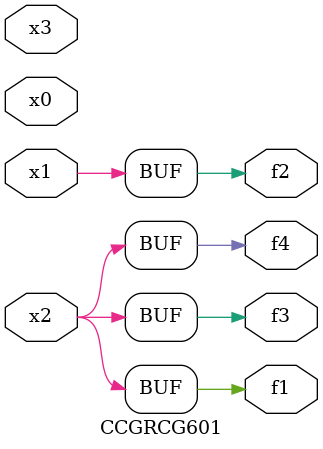
<source format=v>
module CCGRCG601(
	input x0, x1, x2, x3,
	output f1, f2, f3, f4
);
	assign f1 = x2;
	assign f2 = x1;
	assign f3 = x2;
	assign f4 = x2;
endmodule

</source>
